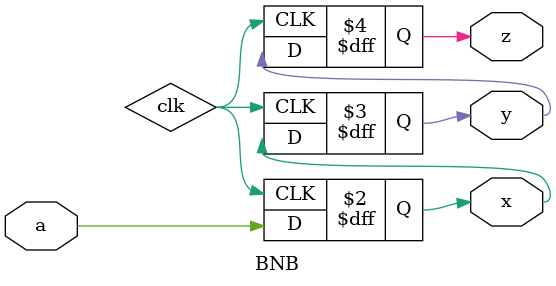
<source format=v>
module BNB(x, y, z, a);
  input a;
  output x, y, z;
  
  reg x, y, z;
  reg clk;
  
  always @(posedge clk) begin
    x <= a;
    y <= x;
    z <= y;
  end
endmodule
</source>
